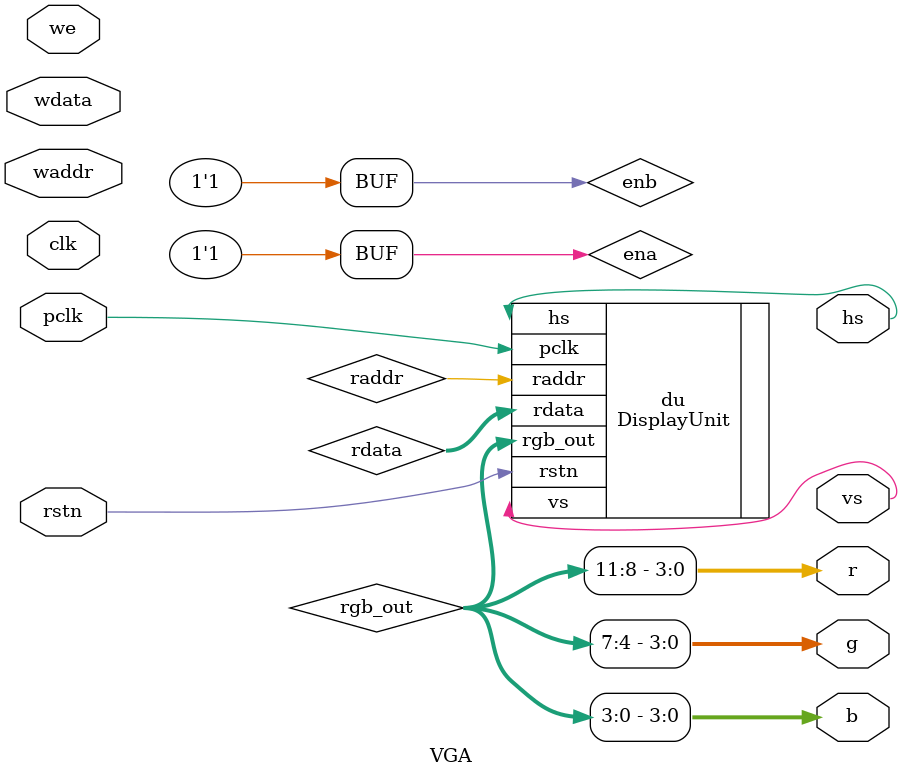
<source format=v>
module VGA #(
    parameter H_LENGTH   = 200,
    parameter V_LENGTH   = 150,
    parameter ADDR_WIDTH = 15
) (
    input [14 : 0] waddr,  // 写地址，修改位宽为15位
    input [11 : 0] wdata,  // 写数据，修改位宽为12位(RGB444)
    input [ 0 : 0] we,     // 写使能
    input [ 0 : 0] clk,
    input pclk,
    input [ 0 : 0] rstn,   // 复位信号,低有效

    // output [ADDR_WIDTH-1:0] raddr,  // 读地址
    output [0 : 0] hs,  // 水平显示同步
    output [0 : 0] vs,  // 垂直显示同步
    output [3 : 0] r,
    output [3 : 0] g,
    output [3 : 0] b
);

  //   wire        pclk;
  //   wire        locked;

  // 添加缺失的信号定义
  reg         ena = 1'b1;  // 端口A使能信号
  reg         enb = 1'b1;  // 端口B使能信号

  wire [11:0] rdata;  // 读出的数据
  wire [11:0] rgb_out;  // RGB输出信号

  // RGB输出逻辑
  assign r = rgb_out[11:8];
  assign g = rgb_out[7:4];
  assign b = rgb_out[3:0];

//   vram_bram vram_inst (
//       .clka (clk),
//       .ena  (ena),
//       .wea  (we),
//       .addra(waddr),
//       .dina (wdata),
//       .douta(),
//       .clkb (pclk),
//       .enb  (enb),
//       .web  (1'b0),
//       .addrb(raddr),
//       .dinb (12'b0),
//       .doutb(rdata)
//   );

  DisplayUnit #(
      .ADDR_WIDTH(ADDR_WIDTH),
      .H_LENGTH  (H_LENGTH),
      .V_LENGTH  (V_LENGTH)
  ) du (
      .rstn(rstn),
      .pclk(pclk),
      .rdata(rdata),
      .hs(hs),
      .vs(vs),
      .raddr(raddr),
      .rgb_out(rgb_out)
  );

endmodule

</source>
